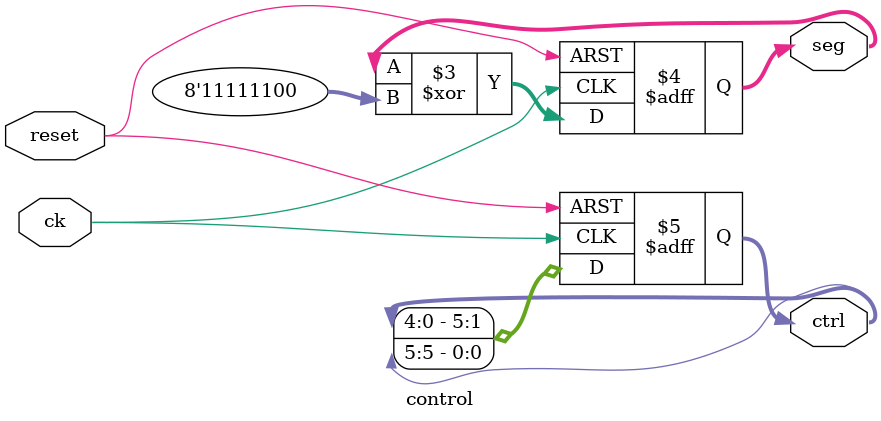
<source format=v>
module control(
	input ck,reset,
	output reg [7:0]seg,
	output reg [5:0]ctrl
);


always@(posedge ck,negedge reset)
begin
	if(!reset)
	begin
		seg <= 8'b1100_0110;
		ctrl <= 6'b000001;
	end
	else
	begin
		seg <= seg ^ 8'b1111_1100;
		ctrl <= {ctrl[4:0],ctrl[5]};
	end
end


endmodule

</source>
